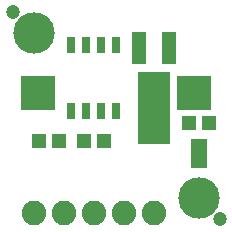
<source format=gts>
G75*
%MOIN*%
%OFA0B0*%
%FSLAX24Y24*%
%IPPOS*%
%LPD*%
%AMOC8*
5,1,8,0,0,1.08239X$1,22.5*
%
%ADD10C,0.1380*%
%ADD11R,0.0316X0.0552*%
%ADD12R,0.1175X0.1175*%
%ADD13R,0.0513X0.0474*%
%ADD14R,0.0474X0.1064*%
%ADD15R,0.1064X0.2442*%
%ADD16C,0.0820*%
%ADD17C,0.0474*%
%ADD18R,0.0580X0.0330*%
D10*
X006750Y007500D03*
X001250Y013000D03*
D11*
X002500Y012602D03*
X003000Y012602D03*
X003500Y012602D03*
X004000Y012602D03*
X004000Y010398D03*
X003500Y010398D03*
X003000Y010398D03*
X002500Y010398D03*
D12*
X001400Y011000D03*
X006600Y011000D03*
D13*
X006415Y010000D03*
X007085Y010000D03*
X003585Y009400D03*
X002915Y009400D03*
X002085Y009400D03*
X001415Y009400D03*
D14*
X004750Y012500D03*
X005750Y012500D03*
D15*
X005250Y010500D03*
D16*
X005250Y007000D03*
X004250Y007000D03*
X003250Y007000D03*
X002250Y007000D03*
X001250Y007000D03*
D17*
X007450Y006800D03*
X000550Y013700D03*
D18*
X006750Y009320D03*
X006750Y009000D03*
X006750Y008680D03*
M02*

</source>
